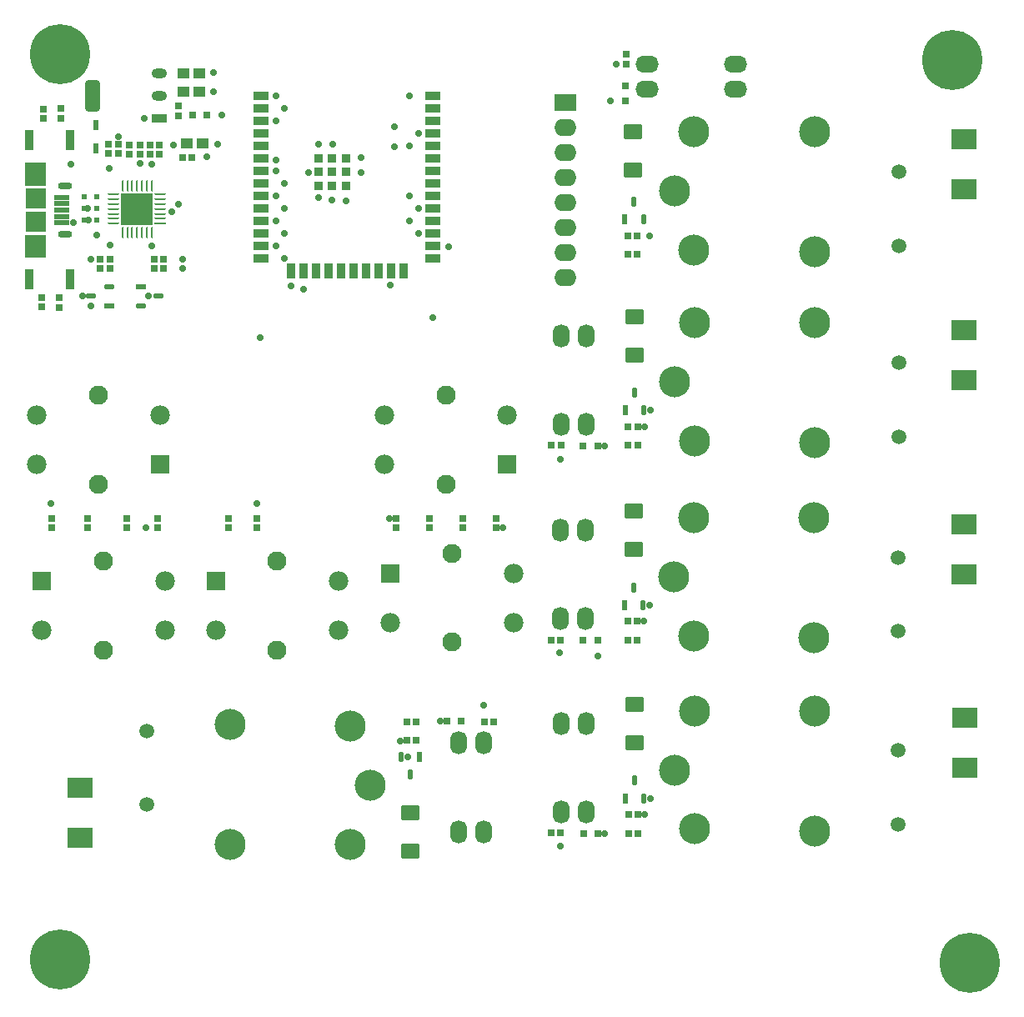
<source format=gts>
G04*
G04 #@! TF.GenerationSoftware,Altium Limited,Altium Designer,21.9.2 (33)*
G04*
G04 Layer_Color=8388736*
%FSTAX24Y24*%
%MOIN*%
G70*
G04*
G04 #@! TF.SameCoordinates,99FB27D3-1440-4BB7-B033-8997F9312AF3*
G04*
G04*
G04 #@! TF.FilePolarity,Negative*
G04*
G01*
G75*
%ADD18R,0.0457X0.0095*%
G04:AMPARAMS|DCode=19|XSize=45.7mil|YSize=9.5mil|CornerRadius=4.8mil|HoleSize=0mil|Usage=FLASHONLY|Rotation=180.000|XOffset=0mil|YOffset=0mil|HoleType=Round|Shape=RoundedRectangle|*
%AMROUNDEDRECTD19*
21,1,0.0457,0.0000,0,0,180.0*
21,1,0.0361,0.0095,0,0,180.0*
1,1,0.0095,-0.0181,0.0000*
1,1,0.0095,0.0181,0.0000*
1,1,0.0095,0.0181,0.0000*
1,1,0.0095,-0.0181,0.0000*
%
%ADD19ROUNDEDRECTD19*%
G04:AMPARAMS|DCode=20|XSize=9.5mil|YSize=45.7mil|CornerRadius=4.8mil|HoleSize=0mil|Usage=FLASHONLY|Rotation=180.000|XOffset=0mil|YOffset=0mil|HoleType=Round|Shape=RoundedRectangle|*
%AMROUNDEDRECTD20*
21,1,0.0095,0.0361,0,0,180.0*
21,1,0.0000,0.0457,0,0,180.0*
1,1,0.0095,0.0000,0.0181*
1,1,0.0095,0.0000,0.0181*
1,1,0.0095,0.0000,-0.0181*
1,1,0.0095,0.0000,-0.0181*
%
%ADD20ROUNDEDRECTD20*%
%ADD21R,0.0354X0.0354*%
%ADD22R,0.0591X0.0354*%
%ADD23R,0.0354X0.0591*%
%ADD24R,0.0291X0.0265*%
%ADD25R,0.0265X0.0291*%
%ADD26R,0.0315X0.0315*%
%ADD27R,0.0315X0.0315*%
%ADD28R,0.0514X0.0436*%
%ADD32R,0.0416X0.0210*%
G04:AMPARAMS|DCode=33|XSize=41.6mil|YSize=21mil|CornerRadius=10.5mil|HoleSize=0mil|Usage=FLASHONLY|Rotation=180.000|XOffset=0mil|YOffset=0mil|HoleType=Round|Shape=RoundedRectangle|*
%AMROUNDEDRECTD33*
21,1,0.0416,0.0000,0,0,180.0*
21,1,0.0207,0.0210,0,0,180.0*
1,1,0.0210,-0.0103,0.0000*
1,1,0.0210,0.0103,0.0000*
1,1,0.0210,0.0103,0.0000*
1,1,0.0210,-0.0103,0.0000*
%
%ADD33ROUNDEDRECTD33*%
%ADD34R,0.0210X0.0416*%
G04:AMPARAMS|DCode=35|XSize=41.6mil|YSize=21mil|CornerRadius=10.5mil|HoleSize=0mil|Usage=FLASHONLY|Rotation=90.000|XOffset=0mil|YOffset=0mil|HoleType=Round|Shape=RoundedRectangle|*
%AMROUNDEDRECTD35*
21,1,0.0416,0.0000,0,0,90.0*
21,1,0.0207,0.0210,0,0,90.0*
1,1,0.0210,0.0000,0.0103*
1,1,0.0210,0.0000,-0.0103*
1,1,0.0210,0.0000,-0.0103*
1,1,0.0210,0.0000,0.0103*
%
%ADD35ROUNDEDRECTD35*%
%ADD36R,0.0632X0.0375*%
G04:AMPARAMS|DCode=37|XSize=63.2mil|YSize=37.5mil|CornerRadius=18.7mil|HoleSize=0mil|Usage=FLASHONLY|Rotation=180.000|XOffset=0mil|YOffset=0mil|HoleType=Round|Shape=RoundedRectangle|*
%AMROUNDEDRECTD37*
21,1,0.0632,0.0000,0,0,180.0*
21,1,0.0257,0.0375,0,0,180.0*
1,1,0.0375,-0.0128,0.0000*
1,1,0.0375,0.0128,0.0000*
1,1,0.0375,0.0128,0.0000*
1,1,0.0375,-0.0128,0.0000*
%
%ADD37ROUNDEDRECTD37*%
G04:AMPARAMS|DCode=38|XSize=63.2mil|YSize=128.4mil|CornerRadius=18.6mil|HoleSize=0mil|Usage=FLASHONLY|Rotation=180.000|XOffset=0mil|YOffset=0mil|HoleType=Round|Shape=RoundedRectangle|*
%AMROUNDEDRECTD38*
21,1,0.0632,0.0912,0,0,180.0*
21,1,0.0259,0.1284,0,0,180.0*
1,1,0.0373,-0.0129,0.0456*
1,1,0.0373,0.0129,0.0456*
1,1,0.0373,0.0129,-0.0456*
1,1,0.0373,-0.0129,-0.0456*
%
%ADD38ROUNDEDRECTD38*%
%ADD41R,0.0265X0.0282*%
%ADD42R,0.0282X0.0265*%
%ADD46R,0.1280X0.1280*%
%ADD47O,0.0926X0.0670*%
%ADD48O,0.0670X0.0926*%
%ADD49R,0.0229X0.0197*%
%ADD50R,0.0610X0.0236*%
%ADD51R,0.0827X0.0787*%
%ADD52R,0.0221X0.0449*%
G04:AMPARAMS|DCode=53|XSize=63.1mil|YSize=74.9mil|CornerRadius=9.4mil|HoleSize=0mil|Usage=FLASHONLY|Rotation=90.000|XOffset=0mil|YOffset=0mil|HoleType=Round|Shape=RoundedRectangle|*
%AMROUNDEDRECTD53*
21,1,0.0631,0.0561,0,0,90.0*
21,1,0.0443,0.0749,0,0,90.0*
1,1,0.0188,0.0281,0.0221*
1,1,0.0188,0.0281,-0.0221*
1,1,0.0188,-0.0281,-0.0221*
1,1,0.0188,-0.0281,0.0221*
%
%ADD53ROUNDEDRECTD53*%
%ADD54R,0.0355X0.0827*%
%ADD55C,0.2402*%
%ADD56C,0.0591*%
%ADD57O,0.0890X0.0690*%
%ADD58R,0.0890X0.0690*%
%ADD59O,0.0571X0.0285*%
%ADD60O,0.0827X0.0453*%
%ADD61R,0.0778X0.0778*%
%ADD62C,0.0778*%
%ADD63C,0.0768*%
%ADD64C,0.1240*%
%ADD65R,0.1024X0.0827*%
%ADD66C,0.0280*%
G36*
X015945Y112503D02*
Y113408D01*
X016773D01*
Y112503D01*
X015945D01*
D02*
G37*
G36*
X015946Y115377D02*
Y116283D01*
X016773D01*
Y115377D01*
X015946D01*
D02*
G37*
D18*
X021356Y113849D02*
D03*
D19*
Y114046D02*
D03*
Y114243D02*
D03*
Y11444D02*
D03*
Y114637D02*
D03*
Y114834D02*
D03*
Y115031D02*
D03*
X019484D02*
D03*
Y114834D02*
D03*
Y114637D02*
D03*
Y11444D02*
D03*
Y114243D02*
D03*
Y114046D02*
D03*
Y113849D02*
D03*
D20*
X021011Y115376D02*
D03*
X020814D02*
D03*
X020617D02*
D03*
X02042D02*
D03*
X020223D02*
D03*
X020026D02*
D03*
X019829D02*
D03*
Y113504D02*
D03*
X020026D02*
D03*
X020223D02*
D03*
X02042D02*
D03*
X020617D02*
D03*
X020814D02*
D03*
X021011D02*
D03*
D21*
X02877Y11536D02*
D03*
X028219D02*
D03*
X027668D02*
D03*
X02877Y115911D02*
D03*
X028219D02*
D03*
X027668D02*
D03*
X02877Y116462D02*
D03*
X028219D02*
D03*
X027668D02*
D03*
D22*
X032254Y118951D02*
D03*
Y118451D02*
D03*
Y117951D02*
D03*
Y117451D02*
D03*
Y116951D02*
D03*
Y116451D02*
D03*
Y115951D02*
D03*
Y115451D02*
D03*
Y114951D02*
D03*
Y114451D02*
D03*
Y113951D02*
D03*
Y113451D02*
D03*
Y112951D02*
D03*
Y112451D02*
D03*
X025364D02*
D03*
Y112951D02*
D03*
Y113451D02*
D03*
Y113951D02*
D03*
Y114451D02*
D03*
Y114951D02*
D03*
Y115451D02*
D03*
Y115951D02*
D03*
Y116451D02*
D03*
Y116951D02*
D03*
Y117451D02*
D03*
Y117951D02*
D03*
Y118451D02*
D03*
Y118951D02*
D03*
D23*
X031059Y111958D02*
D03*
X030559D02*
D03*
X030059D02*
D03*
X029559D02*
D03*
X029059D02*
D03*
X028559D02*
D03*
X028059D02*
D03*
X027559D02*
D03*
X027059D02*
D03*
X026559D02*
D03*
D24*
X022604Y11651D02*
D03*
X022236D02*
D03*
D25*
X01661Y110513D02*
D03*
Y11088D02*
D03*
X01668Y118444D02*
D03*
Y118076D02*
D03*
X0213Y117004D02*
D03*
Y116636D02*
D03*
X02093Y117004D02*
D03*
Y116636D02*
D03*
X02125Y101696D02*
D03*
Y102064D02*
D03*
X03477Y101696D02*
D03*
Y102064D02*
D03*
X017D02*
D03*
Y101696D02*
D03*
X03079Y102064D02*
D03*
Y101696D02*
D03*
X02521Y102064D02*
D03*
Y101696D02*
D03*
D26*
X023221Y11818D02*
D03*
X02263D02*
D03*
X038845Y104958D02*
D03*
X038254D02*
D03*
X038825Y097178D02*
D03*
X038234D02*
D03*
X038855Y089448D02*
D03*
X038264D02*
D03*
X032795Y093952D02*
D03*
X033386D02*
D03*
D27*
X03994Y118755D02*
D03*
Y119345D02*
D03*
D28*
X022415Y11706D02*
D03*
X023045D02*
D03*
X022265Y11913D02*
D03*
X022895D02*
D03*
X022265Y11987D02*
D03*
X022895D02*
D03*
D32*
X019295Y110576D02*
D03*
X020575Y111324D02*
D03*
D33*
X019295D02*
D03*
X018585Y11095D02*
D03*
X020575Y110576D02*
D03*
X021284Y11095D02*
D03*
D34*
X039916Y114011D02*
D03*
X039925Y106379D02*
D03*
X039905Y098599D02*
D03*
X039935Y090869D02*
D03*
X031714Y092531D02*
D03*
D35*
X040664Y114011D02*
D03*
X04029Y11472D02*
D03*
X040673Y106379D02*
D03*
X040299Y107088D02*
D03*
X040653Y098599D02*
D03*
X040279Y099308D02*
D03*
X040683Y090869D02*
D03*
X040309Y091578D02*
D03*
X030966Y092531D02*
D03*
X03134Y091822D02*
D03*
D36*
X021307Y118068D02*
D03*
D37*
Y11897D02*
D03*
Y119872D02*
D03*
D38*
X018633Y11897D02*
D03*
D41*
X0173Y110885D02*
D03*
Y110508D02*
D03*
X01737Y118072D02*
D03*
Y118448D02*
D03*
X02208Y118172D02*
D03*
Y118548D02*
D03*
X02001Y102068D02*
D03*
Y101692D02*
D03*
X033443Y102068D02*
D03*
Y101692D02*
D03*
X01844Y101692D02*
D03*
Y102068D02*
D03*
X032117Y101692D02*
D03*
Y102068D02*
D03*
X02053Y117008D02*
D03*
Y116632D02*
D03*
X02012Y117008D02*
D03*
Y116632D02*
D03*
X039965Y120236D02*
D03*
Y120613D02*
D03*
X02406Y101692D02*
D03*
Y102068D02*
D03*
D42*
X021468Y11206D02*
D03*
X021092D02*
D03*
X021468Y11244D02*
D03*
X021092D02*
D03*
X019282Y11702D02*
D03*
X019658D02*
D03*
X019328Y11243D02*
D03*
X018952D02*
D03*
X019282Y11665D02*
D03*
X019658D02*
D03*
X019328Y112073D02*
D03*
X018952D02*
D03*
X040042Y112615D02*
D03*
X040418D02*
D03*
X040418Y11336D02*
D03*
X040042D02*
D03*
X037363Y104983D02*
D03*
X036987D02*
D03*
X040051D02*
D03*
X040428D02*
D03*
X040428Y105728D02*
D03*
X040051D02*
D03*
X037343Y097203D02*
D03*
X036967D02*
D03*
X040031D02*
D03*
X040408D02*
D03*
X040408Y097948D02*
D03*
X040031D02*
D03*
X037343Y08948D02*
D03*
X036967D02*
D03*
X040061Y089473D02*
D03*
X040438D02*
D03*
X040438Y090218D02*
D03*
X040061D02*
D03*
X034307Y09392D02*
D03*
X034684D02*
D03*
X031589Y093927D02*
D03*
X031212D02*
D03*
X031212Y093182D02*
D03*
X031589D02*
D03*
D46*
X02042Y11444D02*
D03*
D47*
X044352Y12023D02*
D03*
Y11923D02*
D03*
X040808D02*
D03*
Y12023D02*
D03*
D48*
X037369Y109369D02*
D03*
X038369D02*
D03*
Y105826D02*
D03*
X037369D02*
D03*
X037349Y101589D02*
D03*
X038349D02*
D03*
Y098046D02*
D03*
X037349D02*
D03*
X037379Y093859D02*
D03*
X038379D02*
D03*
Y090316D02*
D03*
X037379D02*
D03*
X034271Y089541D02*
D03*
X033271D02*
D03*
Y093084D02*
D03*
X034271D02*
D03*
D49*
X018291Y11494D02*
D03*
X018811D02*
D03*
X018291Y114465D02*
D03*
X018811D02*
D03*
X018291Y11399D02*
D03*
X018811D02*
D03*
D50*
X017413Y114393D02*
D03*
Y114649D02*
D03*
Y114137D02*
D03*
Y114905D02*
D03*
Y113881D02*
D03*
D51*
X01636Y114846D02*
D03*
Y11394D02*
D03*
D52*
X01877Y117788D02*
D03*
Y116852D02*
D03*
D53*
X04025Y116002D02*
D03*
Y117538D02*
D03*
X040299Y108606D02*
D03*
Y110141D02*
D03*
X040279Y100826D02*
D03*
Y102361D02*
D03*
X040309Y093096D02*
D03*
Y094631D02*
D03*
X03134Y090305D02*
D03*
Y088769D02*
D03*
D54*
X016093Y1172D02*
D03*
X017747D02*
D03*
X016093Y11164D02*
D03*
X017747D02*
D03*
D55*
X05372Y084297D02*
D03*
X053Y12039D02*
D03*
X01735Y08442D02*
D03*
Y12062D02*
D03*
D56*
X05086Y11296D02*
D03*
Y115913D02*
D03*
X050869Y105328D02*
D03*
Y108281D02*
D03*
X050849Y097548D02*
D03*
Y100501D02*
D03*
Y089825D02*
D03*
Y092778D02*
D03*
X020801Y093575D02*
D03*
Y090623D02*
D03*
D57*
X03755Y1137D02*
D03*
Y1147D02*
D03*
Y1157D02*
D03*
Y1167D02*
D03*
Y1177D02*
D03*
Y1127D02*
D03*
Y1117D02*
D03*
D58*
Y1187D02*
D03*
D59*
X017541Y115347D02*
D03*
Y113438D02*
D03*
D60*
X01636Y115776D02*
D03*
Y11301D02*
D03*
D61*
X021324Y104226D02*
D03*
X035221D02*
D03*
X016609Y099564D02*
D03*
X030537Y099867D02*
D03*
X023558Y099564D02*
D03*
D62*
X021324Y106194D02*
D03*
X016403Y104226D02*
D03*
Y106194D02*
D03*
X035221D02*
D03*
X030299Y104226D02*
D03*
Y106194D02*
D03*
X016609Y097596D02*
D03*
X021531Y099564D02*
D03*
Y097596D02*
D03*
X030537Y097898D02*
D03*
X035458Y099867D02*
D03*
Y097898D02*
D03*
X023558Y097596D02*
D03*
X028479Y099564D02*
D03*
Y097596D02*
D03*
D63*
X018863Y103438D02*
D03*
Y106982D02*
D03*
X03276Y103438D02*
D03*
Y106982D02*
D03*
X01907Y100352D02*
D03*
Y096808D02*
D03*
X032997Y100654D02*
D03*
Y097111D02*
D03*
X026018Y100352D02*
D03*
Y096808D02*
D03*
D64*
X041909Y107518D02*
D03*
X0475Y10988D02*
D03*
Y10508D02*
D03*
X042697Y10988D02*
D03*
Y105156D02*
D03*
X042687Y112788D02*
D03*
Y117512D02*
D03*
X047491Y112712D02*
D03*
Y117512D02*
D03*
X0419Y11515D02*
D03*
X029731Y091392D02*
D03*
X02414Y08903D02*
D03*
Y09383D02*
D03*
X028943Y08903D02*
D03*
Y093754D02*
D03*
X042707Y089646D02*
D03*
Y09437D02*
D03*
X04751Y08957D02*
D03*
Y09437D02*
D03*
X041919Y092008D02*
D03*
X042677Y097376D02*
D03*
Y1021D02*
D03*
X04748Y0973D02*
D03*
Y1021D02*
D03*
X041889Y099738D02*
D03*
D65*
X053489Y107603D02*
D03*
Y109603D02*
D03*
X05348Y115235D02*
D03*
Y117235D02*
D03*
X018151Y089307D02*
D03*
Y091307D02*
D03*
X053499Y092093D02*
D03*
Y094093D02*
D03*
X053469Y101823D02*
D03*
Y099823D02*
D03*
D66*
X0218Y11434D02*
D03*
X02206Y11464D02*
D03*
X01846Y11399D02*
D03*
X018453Y11447D02*
D03*
X05442Y084997D02*
D03*
X05372Y085297D02*
D03*
X05302Y084997D02*
D03*
X05272Y084297D02*
D03*
X05472D02*
D03*
X05442Y083597D02*
D03*
X05372Y083297D02*
D03*
X05302Y083547D02*
D03*
X05225Y12109D02*
D03*
X052Y12039D02*
D03*
X0523Y11969D02*
D03*
X053Y11939D02*
D03*
Y12139D02*
D03*
X0537Y12109D02*
D03*
X054Y12039D02*
D03*
X0537Y11969D02*
D03*
X01805Y08372D02*
D03*
X01835Y08442D02*
D03*
X01805Y08512D02*
D03*
X01735Y08542D02*
D03*
Y08342D02*
D03*
X01665Y08372D02*
D03*
X01635Y08442D02*
D03*
X0166Y08512D02*
D03*
Y12132D02*
D03*
X01635Y12062D02*
D03*
X01665Y11992D02*
D03*
X01735Y11962D02*
D03*
Y12162D02*
D03*
X01805Y12132D02*
D03*
X01835Y12062D02*
D03*
X01805Y11992D02*
D03*
X040706Y090223D02*
D03*
X040951Y090874D02*
D03*
X039123Y089453D02*
D03*
X040941Y106384D02*
D03*
X040696Y105733D02*
D03*
X039113Y104963D02*
D03*
X040921Y098604D02*
D03*
X040676Y097953D02*
D03*
X016099Y111372D02*
D03*
Y116932D02*
D03*
X035038Y101702D02*
D03*
X030522Y102058D02*
D03*
X032527Y093947D02*
D03*
X030944Y093177D02*
D03*
X031234Y092537D02*
D03*
X03883Y09655D02*
D03*
X01999Y11407D02*
D03*
X02042D02*
D03*
X0208Y11406D02*
D03*
X02079Y11482D02*
D03*
X0204Y11484D02*
D03*
X01999Y11481D02*
D03*
X032254Y11008D02*
D03*
X02535Y10929D02*
D03*
X02077Y10169D02*
D03*
X01966Y11733D02*
D03*
X04091Y11336D02*
D03*
X03935Y118745D02*
D03*
X01699Y102654D02*
D03*
X0252D02*
D03*
X026569Y111368D02*
D03*
X01786Y1139D02*
D03*
X018821Y1134D02*
D03*
X020717Y118058D02*
D03*
X019292Y11606D02*
D03*
X02189Y117D02*
D03*
X02321Y11653D02*
D03*
X02364Y11704D02*
D03*
X0238Y11821D02*
D03*
X02348Y11914D02*
D03*
Y11988D02*
D03*
X02768Y11491D02*
D03*
X02729Y11591D02*
D03*
X02768Y11703D02*
D03*
X02824Y11704D02*
D03*
X02938Y11648D02*
D03*
Y11588D02*
D03*
X02879Y11476D02*
D03*
X02821Y11478D02*
D03*
X03287Y11294D02*
D03*
X02599Y11639D02*
D03*
X03071Y11694D02*
D03*
X0307Y11772D02*
D03*
X031659Y117451D02*
D03*
X02706Y11124D02*
D03*
X03055Y11138D02*
D03*
X02596Y11295D02*
D03*
X026301Y113451D02*
D03*
X02596Y11495D02*
D03*
X031318Y118951D02*
D03*
X02596Y11895D02*
D03*
X03732Y09669D02*
D03*
X03958Y12023D02*
D03*
X03735Y10444D02*
D03*
X03733Y08897D02*
D03*
X02224Y11205D02*
D03*
Y11243D02*
D03*
X03429Y09458D02*
D03*
X02088Y11095D02*
D03*
X02053Y11626D02*
D03*
X02101Y11623D02*
D03*
X01825Y11095D02*
D03*
X01776Y11624D02*
D03*
X01856Y11057D02*
D03*
Y11243D02*
D03*
X01933Y11298D02*
D03*
X021011Y112956D02*
D03*
X031659Y113451D02*
D03*
X031318Y113951D02*
D03*
X031659Y114451D02*
D03*
X031318Y114951D02*
D03*
Y116951D02*
D03*
X026301Y112451D02*
D03*
X02596Y11395D02*
D03*
X026301Y114451D02*
D03*
X02596Y11595D02*
D03*
X026301Y115451D02*
D03*
X02596Y11795D02*
D03*
X026301Y118451D02*
D03*
M02*

</source>
